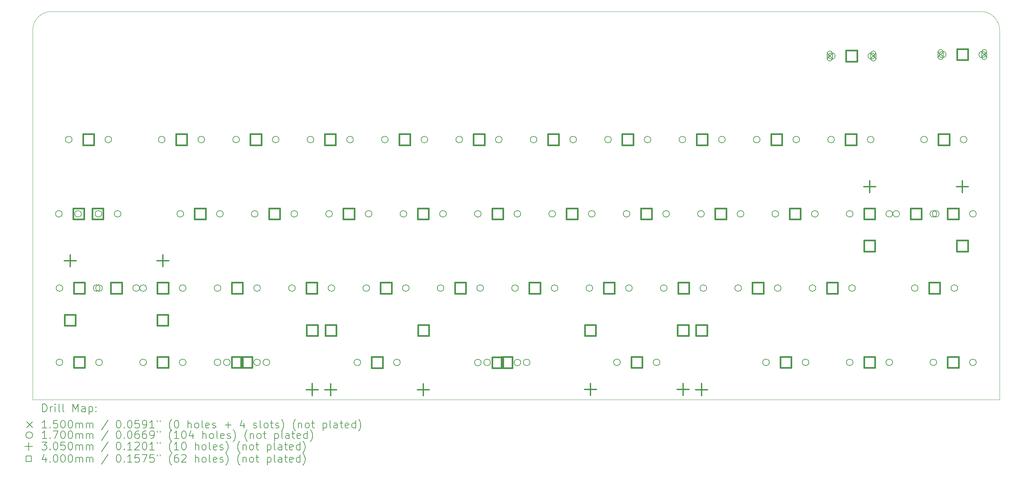
<source format=gbr>
%FSLAX45Y45*%
G04 Gerber Fmt 4.5, Leading zero omitted, Abs format (unit mm)*
G04 Created by KiCad (PCBNEW (6.0.0-0)) date 2022-12-13 13:56:18*
%MOMM*%
%LPD*%
G01*
G04 APERTURE LIST*
%TA.AperFunction,Profile*%
%ADD10C,0.100000*%
%TD*%
%ADD11C,0.200000*%
%ADD12C,0.150000*%
%ADD13C,0.170000*%
%ADD14C,0.305000*%
%ADD15C,0.400000*%
G04 APERTURE END LIST*
D10*
X2865000Y-2437500D02*
G75*
G03*
X2387500Y-2915000I0J-477500D01*
G01*
X27217500Y-2915000D02*
G75*
G03*
X26740000Y-2437500I-477500J0D01*
G01*
X26740000Y-2437500D02*
X2865000Y-2437500D01*
X2387500Y-3103750D02*
X2387500Y-12415000D01*
X27217500Y-2915000D02*
X27217500Y-12415000D01*
X27217500Y-12415000D02*
X2387500Y-12415000D01*
X2387500Y-3103750D02*
X2387500Y-2915000D01*
D11*
D12*
X22780540Y-3506250D02*
X22930540Y-3656250D01*
X22930540Y-3506250D02*
X22780540Y-3656250D01*
D11*
X22790540Y-3516250D02*
X22790540Y-3646250D01*
X22920540Y-3516250D02*
X22920540Y-3646250D01*
X22790540Y-3646250D02*
G75*
G03*
X22920540Y-3646250I65000J0D01*
G01*
X22920540Y-3516250D02*
G75*
G03*
X22790540Y-3516250I-65000J0D01*
G01*
D12*
X23900540Y-3506250D02*
X24050540Y-3656250D01*
X24050540Y-3506250D02*
X23900540Y-3656250D01*
D11*
X23910540Y-3516250D02*
X23910540Y-3646250D01*
X24040540Y-3516250D02*
X24040540Y-3646250D01*
X23910540Y-3646250D02*
G75*
G03*
X24040540Y-3646250I65000J0D01*
G01*
X24040540Y-3516250D02*
G75*
G03*
X23910540Y-3516250I-65000J0D01*
G01*
D12*
X25627500Y-3467700D02*
X25777500Y-3617700D01*
X25777500Y-3467700D02*
X25627500Y-3617700D01*
D11*
X25637500Y-3477700D02*
X25637500Y-3607700D01*
X25767500Y-3477700D02*
X25767500Y-3607700D01*
X25637500Y-3607700D02*
G75*
G03*
X25767500Y-3607700I65000J0D01*
G01*
X25767500Y-3477700D02*
G75*
G03*
X25637500Y-3477700I-65000J0D01*
G01*
D12*
X26747500Y-3467700D02*
X26897500Y-3617700D01*
X26897500Y-3467700D02*
X26747500Y-3617700D01*
D11*
X26757500Y-3477700D02*
X26757500Y-3607700D01*
X26887500Y-3477700D02*
X26887500Y-3607700D01*
X26757500Y-3607700D02*
G75*
G03*
X26887500Y-3607700I65000J0D01*
G01*
X26887500Y-3477700D02*
G75*
G03*
X26757500Y-3477700I-65000J0D01*
G01*
D13*
X3143000Y-7640000D02*
G75*
G03*
X3143000Y-7640000I-85000J0D01*
G01*
X3158250Y-9550000D02*
G75*
G03*
X3158250Y-9550000I-85000J0D01*
G01*
X3158250Y-11460000D02*
G75*
G03*
X3158250Y-11460000I-85000J0D01*
G01*
X3397000Y-5730000D02*
G75*
G03*
X3397000Y-5730000I-85000J0D01*
G01*
X3635750Y-7640000D02*
G75*
G03*
X3635750Y-7640000I-85000J0D01*
G01*
X4113250Y-9548000D02*
G75*
G03*
X4113250Y-9548000I-85000J0D01*
G01*
X4159000Y-7640000D02*
G75*
G03*
X4159000Y-7640000I-85000J0D01*
G01*
X4174250Y-9550000D02*
G75*
G03*
X4174250Y-9550000I-85000J0D01*
G01*
X4174250Y-11460000D02*
G75*
G03*
X4174250Y-11460000I-85000J0D01*
G01*
X4413000Y-5730000D02*
G75*
G03*
X4413000Y-5730000I-85000J0D01*
G01*
X4651750Y-7640000D02*
G75*
G03*
X4651750Y-7640000I-85000J0D01*
G01*
X5129250Y-9548000D02*
G75*
G03*
X5129250Y-9548000I-85000J0D01*
G01*
X5307000Y-9550000D02*
G75*
G03*
X5307000Y-9550000I-85000J0D01*
G01*
X5307000Y-11460000D02*
G75*
G03*
X5307000Y-11460000I-85000J0D01*
G01*
X5784500Y-5730000D02*
G75*
G03*
X5784500Y-5730000I-85000J0D01*
G01*
X6262000Y-7640000D02*
G75*
G03*
X6262000Y-7640000I-85000J0D01*
G01*
X6323000Y-9550000D02*
G75*
G03*
X6323000Y-9550000I-85000J0D01*
G01*
X6323000Y-11460000D02*
G75*
G03*
X6323000Y-11460000I-85000J0D01*
G01*
X6800500Y-5730000D02*
G75*
G03*
X6800500Y-5730000I-85000J0D01*
G01*
X7217000Y-9550000D02*
G75*
G03*
X7217000Y-9550000I-85000J0D01*
G01*
X7217000Y-11460000D02*
G75*
G03*
X7217000Y-11460000I-85000J0D01*
G01*
X7278000Y-7640000D02*
G75*
G03*
X7278000Y-7640000I-85000J0D01*
G01*
X7455750Y-11460000D02*
G75*
G03*
X7455750Y-11460000I-85000J0D01*
G01*
X7694500Y-5730000D02*
G75*
G03*
X7694500Y-5730000I-85000J0D01*
G01*
X8172000Y-7640000D02*
G75*
G03*
X8172000Y-7640000I-85000J0D01*
G01*
X8233000Y-9550000D02*
G75*
G03*
X8233000Y-9550000I-85000J0D01*
G01*
X8233000Y-11460000D02*
G75*
G03*
X8233000Y-11460000I-85000J0D01*
G01*
X8471750Y-11460000D02*
G75*
G03*
X8471750Y-11460000I-85000J0D01*
G01*
X8710500Y-5730000D02*
G75*
G03*
X8710500Y-5730000I-85000J0D01*
G01*
X9127000Y-9550000D02*
G75*
G03*
X9127000Y-9550000I-85000J0D01*
G01*
X9188000Y-7640000D02*
G75*
G03*
X9188000Y-7640000I-85000J0D01*
G01*
X9604500Y-5730000D02*
G75*
G03*
X9604500Y-5730000I-85000J0D01*
G01*
X10082000Y-7640000D02*
G75*
G03*
X10082000Y-7640000I-85000J0D01*
G01*
X10143000Y-9550000D02*
G75*
G03*
X10143000Y-9550000I-85000J0D01*
G01*
X10620500Y-5730000D02*
G75*
G03*
X10620500Y-5730000I-85000J0D01*
G01*
X10808000Y-11461800D02*
G75*
G03*
X10808000Y-11461800I-85000J0D01*
G01*
X11037000Y-9550000D02*
G75*
G03*
X11037000Y-9550000I-85000J0D01*
G01*
X11098000Y-7640000D02*
G75*
G03*
X11098000Y-7640000I-85000J0D01*
G01*
X11514500Y-5730000D02*
G75*
G03*
X11514500Y-5730000I-85000J0D01*
G01*
X11824000Y-11461800D02*
G75*
G03*
X11824000Y-11461800I-85000J0D01*
G01*
X11992000Y-7640000D02*
G75*
G03*
X11992000Y-7640000I-85000J0D01*
G01*
X12053000Y-9550000D02*
G75*
G03*
X12053000Y-9550000I-85000J0D01*
G01*
X12530500Y-5730000D02*
G75*
G03*
X12530500Y-5730000I-85000J0D01*
G01*
X12947000Y-9550000D02*
G75*
G03*
X12947000Y-9550000I-85000J0D01*
G01*
X13008000Y-7640000D02*
G75*
G03*
X13008000Y-7640000I-85000J0D01*
G01*
X13424500Y-5730000D02*
G75*
G03*
X13424500Y-5730000I-85000J0D01*
G01*
X13902000Y-7640000D02*
G75*
G03*
X13902000Y-7640000I-85000J0D01*
G01*
X13903000Y-11465000D02*
G75*
G03*
X13903000Y-11465000I-85000J0D01*
G01*
X13963000Y-9550000D02*
G75*
G03*
X13963000Y-9550000I-85000J0D01*
G01*
X14140750Y-11461000D02*
G75*
G03*
X14140750Y-11461000I-85000J0D01*
G01*
X14440500Y-5730000D02*
G75*
G03*
X14440500Y-5730000I-85000J0D01*
G01*
X14857000Y-9550000D02*
G75*
G03*
X14857000Y-9550000I-85000J0D01*
G01*
X14918000Y-7640000D02*
G75*
G03*
X14918000Y-7640000I-85000J0D01*
G01*
X14919000Y-11465000D02*
G75*
G03*
X14919000Y-11465000I-85000J0D01*
G01*
X15156750Y-11461000D02*
G75*
G03*
X15156750Y-11461000I-85000J0D01*
G01*
X15334500Y-5730000D02*
G75*
G03*
X15334500Y-5730000I-85000J0D01*
G01*
X15812000Y-7640000D02*
G75*
G03*
X15812000Y-7640000I-85000J0D01*
G01*
X15873000Y-9550000D02*
G75*
G03*
X15873000Y-9550000I-85000J0D01*
G01*
X16350500Y-5730000D02*
G75*
G03*
X16350500Y-5730000I-85000J0D01*
G01*
X16767000Y-9550000D02*
G75*
G03*
X16767000Y-9550000I-85000J0D01*
G01*
X16828000Y-7640000D02*
G75*
G03*
X16828000Y-7640000I-85000J0D01*
G01*
X17244500Y-5730000D02*
G75*
G03*
X17244500Y-5730000I-85000J0D01*
G01*
X17475000Y-11459000D02*
G75*
G03*
X17475000Y-11459000I-85000J0D01*
G01*
X17722000Y-7640000D02*
G75*
G03*
X17722000Y-7640000I-85000J0D01*
G01*
X17783000Y-9550000D02*
G75*
G03*
X17783000Y-9550000I-85000J0D01*
G01*
X18260500Y-5730000D02*
G75*
G03*
X18260500Y-5730000I-85000J0D01*
G01*
X18491000Y-11459000D02*
G75*
G03*
X18491000Y-11459000I-85000J0D01*
G01*
X18677000Y-9550000D02*
G75*
G03*
X18677000Y-9550000I-85000J0D01*
G01*
X18738000Y-7640000D02*
G75*
G03*
X18738000Y-7640000I-85000J0D01*
G01*
X19154500Y-5730000D02*
G75*
G03*
X19154500Y-5730000I-85000J0D01*
G01*
X19632000Y-7640000D02*
G75*
G03*
X19632000Y-7640000I-85000J0D01*
G01*
X19693000Y-9550000D02*
G75*
G03*
X19693000Y-9550000I-85000J0D01*
G01*
X20170500Y-5730000D02*
G75*
G03*
X20170500Y-5730000I-85000J0D01*
G01*
X20587000Y-9550000D02*
G75*
G03*
X20587000Y-9550000I-85000J0D01*
G01*
X20648000Y-7640000D02*
G75*
G03*
X20648000Y-7640000I-85000J0D01*
G01*
X21064500Y-5730000D02*
G75*
G03*
X21064500Y-5730000I-85000J0D01*
G01*
X21303250Y-11460000D02*
G75*
G03*
X21303250Y-11460000I-85000J0D01*
G01*
X21542000Y-7640000D02*
G75*
G03*
X21542000Y-7640000I-85000J0D01*
G01*
X21603000Y-9550000D02*
G75*
G03*
X21603000Y-9550000I-85000J0D01*
G01*
X22080500Y-5730000D02*
G75*
G03*
X22080500Y-5730000I-85000J0D01*
G01*
X22319250Y-11460000D02*
G75*
G03*
X22319250Y-11460000I-85000J0D01*
G01*
X22497000Y-9550000D02*
G75*
G03*
X22497000Y-9550000I-85000J0D01*
G01*
X22558000Y-7640000D02*
G75*
G03*
X22558000Y-7640000I-85000J0D01*
G01*
X22974500Y-5730000D02*
G75*
G03*
X22974500Y-5730000I-85000J0D01*
G01*
X22992540Y-3581250D02*
G75*
G03*
X22992540Y-3581250I-85000J0D01*
G01*
X23452000Y-7640000D02*
G75*
G03*
X23452000Y-7640000I-85000J0D01*
G01*
X23452000Y-11460000D02*
G75*
G03*
X23452000Y-11460000I-85000J0D01*
G01*
X23513000Y-9550000D02*
G75*
G03*
X23513000Y-9550000I-85000J0D01*
G01*
X23990500Y-5730000D02*
G75*
G03*
X23990500Y-5730000I-85000J0D01*
G01*
X24008540Y-3581250D02*
G75*
G03*
X24008540Y-3581250I-85000J0D01*
G01*
X24468000Y-7640000D02*
G75*
G03*
X24468000Y-7640000I-85000J0D01*
G01*
X24468000Y-11460000D02*
G75*
G03*
X24468000Y-11460000I-85000J0D01*
G01*
X24645750Y-7640000D02*
G75*
G03*
X24645750Y-7640000I-85000J0D01*
G01*
X25123250Y-9550000D02*
G75*
G03*
X25123250Y-9550000I-85000J0D01*
G01*
X25362000Y-5730000D02*
G75*
G03*
X25362000Y-5730000I-85000J0D01*
G01*
X25600750Y-7640000D02*
G75*
G03*
X25600750Y-7640000I-85000J0D01*
G01*
X25600750Y-11460000D02*
G75*
G03*
X25600750Y-11460000I-85000J0D01*
G01*
X25661750Y-7640000D02*
G75*
G03*
X25661750Y-7640000I-85000J0D01*
G01*
X25839500Y-3542700D02*
G75*
G03*
X25839500Y-3542700I-85000J0D01*
G01*
X26139250Y-9550000D02*
G75*
G03*
X26139250Y-9550000I-85000J0D01*
G01*
X26378000Y-5730000D02*
G75*
G03*
X26378000Y-5730000I-85000J0D01*
G01*
X26616750Y-7640000D02*
G75*
G03*
X26616750Y-7640000I-85000J0D01*
G01*
X26616750Y-11460000D02*
G75*
G03*
X26616750Y-11460000I-85000J0D01*
G01*
X26855500Y-3542700D02*
G75*
G03*
X26855500Y-3542700I-85000J0D01*
G01*
D14*
X3346250Y-8695500D02*
X3346250Y-9000500D01*
X3193750Y-8848000D02*
X3498750Y-8848000D01*
X5726250Y-8695500D02*
X5726250Y-9000500D01*
X5573750Y-8848000D02*
X5878750Y-8848000D01*
X9563750Y-12008500D02*
X9563750Y-12313500D01*
X9411250Y-12161000D02*
X9716250Y-12161000D01*
X10041000Y-12009300D02*
X10041000Y-12314300D01*
X9888500Y-12161800D02*
X10193500Y-12161800D01*
X12421000Y-12009300D02*
X12421000Y-12314300D01*
X12268500Y-12161800D02*
X12573500Y-12161800D01*
X16708000Y-12006500D02*
X16708000Y-12311500D01*
X16555500Y-12159000D02*
X16860500Y-12159000D01*
X19088000Y-12006500D02*
X19088000Y-12311500D01*
X18935500Y-12159000D02*
X19240500Y-12159000D01*
X19563750Y-12008500D02*
X19563750Y-12313500D01*
X19411250Y-12161000D02*
X19716250Y-12161000D01*
X23878750Y-6787500D02*
X23878750Y-7092500D01*
X23726250Y-6940000D02*
X24031250Y-6940000D01*
X26258750Y-6787500D02*
X26258750Y-7092500D01*
X26106250Y-6940000D02*
X26411250Y-6940000D01*
D15*
X3487673Y-10513423D02*
X3487673Y-10230577D01*
X3204827Y-10230577D01*
X3204827Y-10513423D01*
X3487673Y-10513423D01*
X3707423Y-7781423D02*
X3707423Y-7498577D01*
X3424577Y-7498577D01*
X3424577Y-7781423D01*
X3707423Y-7781423D01*
X3722673Y-9691423D02*
X3722673Y-9408577D01*
X3439827Y-9408577D01*
X3439827Y-9691423D01*
X3722673Y-9691423D01*
X3722673Y-11601423D02*
X3722673Y-11318577D01*
X3439827Y-11318577D01*
X3439827Y-11601423D01*
X3722673Y-11601423D01*
X3961423Y-5871423D02*
X3961423Y-5588577D01*
X3678577Y-5588577D01*
X3678577Y-5871423D01*
X3961423Y-5871423D01*
X4200173Y-7781423D02*
X4200173Y-7498577D01*
X3917327Y-7498577D01*
X3917327Y-7781423D01*
X4200173Y-7781423D01*
X4677673Y-9689423D02*
X4677673Y-9406577D01*
X4394827Y-9406577D01*
X4394827Y-9689423D01*
X4677673Y-9689423D01*
X5867673Y-10513423D02*
X5867673Y-10230577D01*
X5584827Y-10230577D01*
X5584827Y-10513423D01*
X5867673Y-10513423D01*
X5871423Y-9691423D02*
X5871423Y-9408577D01*
X5588577Y-9408577D01*
X5588577Y-9691423D01*
X5871423Y-9691423D01*
X5871423Y-11601423D02*
X5871423Y-11318577D01*
X5588577Y-11318577D01*
X5588577Y-11601423D01*
X5871423Y-11601423D01*
X6348923Y-5871423D02*
X6348923Y-5588577D01*
X6066077Y-5588577D01*
X6066077Y-5871423D01*
X6348923Y-5871423D01*
X6826423Y-7781423D02*
X6826423Y-7498577D01*
X6543577Y-7498577D01*
X6543577Y-7781423D01*
X6826423Y-7781423D01*
X7781423Y-9691423D02*
X7781423Y-9408577D01*
X7498577Y-9408577D01*
X7498577Y-9691423D01*
X7781423Y-9691423D01*
X7781423Y-11601423D02*
X7781423Y-11318577D01*
X7498577Y-11318577D01*
X7498577Y-11601423D01*
X7781423Y-11601423D01*
X8020173Y-11601423D02*
X8020173Y-11318577D01*
X7737327Y-11318577D01*
X7737327Y-11601423D01*
X8020173Y-11601423D01*
X8258923Y-5871423D02*
X8258923Y-5588577D01*
X7976077Y-5588577D01*
X7976077Y-5871423D01*
X8258923Y-5871423D01*
X8736423Y-7781423D02*
X8736423Y-7498577D01*
X8453577Y-7498577D01*
X8453577Y-7781423D01*
X8736423Y-7781423D01*
X9691423Y-9691423D02*
X9691423Y-9408577D01*
X9408577Y-9408577D01*
X9408577Y-9691423D01*
X9691423Y-9691423D01*
X9705173Y-10778423D02*
X9705173Y-10495577D01*
X9422327Y-10495577D01*
X9422327Y-10778423D01*
X9705173Y-10778423D01*
X10168923Y-5871423D02*
X10168923Y-5588577D01*
X9886077Y-5588577D01*
X9886077Y-5871423D01*
X10168923Y-5871423D01*
X10182423Y-10779223D02*
X10182423Y-10496377D01*
X9899577Y-10496377D01*
X9899577Y-10779223D01*
X10182423Y-10779223D01*
X10646423Y-7781423D02*
X10646423Y-7498577D01*
X10363577Y-7498577D01*
X10363577Y-7781423D01*
X10646423Y-7781423D01*
X11372423Y-11603223D02*
X11372423Y-11320377D01*
X11089577Y-11320377D01*
X11089577Y-11603223D01*
X11372423Y-11603223D01*
X11601423Y-9691423D02*
X11601423Y-9408577D01*
X11318577Y-9408577D01*
X11318577Y-9691423D01*
X11601423Y-9691423D01*
X12078923Y-5871423D02*
X12078923Y-5588577D01*
X11796077Y-5588577D01*
X11796077Y-5871423D01*
X12078923Y-5871423D01*
X12556423Y-7781423D02*
X12556423Y-7498577D01*
X12273577Y-7498577D01*
X12273577Y-7781423D01*
X12556423Y-7781423D01*
X12562423Y-10779223D02*
X12562423Y-10496377D01*
X12279577Y-10496377D01*
X12279577Y-10779223D01*
X12562423Y-10779223D01*
X13511423Y-9691423D02*
X13511423Y-9408577D01*
X13228577Y-9408577D01*
X13228577Y-9691423D01*
X13511423Y-9691423D01*
X13988923Y-5871423D02*
X13988923Y-5588577D01*
X13706077Y-5588577D01*
X13706077Y-5871423D01*
X13988923Y-5871423D01*
X14466423Y-7781423D02*
X14466423Y-7498577D01*
X14183577Y-7498577D01*
X14183577Y-7781423D01*
X14466423Y-7781423D01*
X14467423Y-11606423D02*
X14467423Y-11323577D01*
X14184577Y-11323577D01*
X14184577Y-11606423D01*
X14467423Y-11606423D01*
X14705173Y-11602423D02*
X14705173Y-11319577D01*
X14422327Y-11319577D01*
X14422327Y-11602423D01*
X14705173Y-11602423D01*
X15421423Y-9691423D02*
X15421423Y-9408577D01*
X15138577Y-9408577D01*
X15138577Y-9691423D01*
X15421423Y-9691423D01*
X15898923Y-5871423D02*
X15898923Y-5588577D01*
X15616077Y-5588577D01*
X15616077Y-5871423D01*
X15898923Y-5871423D01*
X16376423Y-7781423D02*
X16376423Y-7498577D01*
X16093577Y-7498577D01*
X16093577Y-7781423D01*
X16376423Y-7781423D01*
X16849423Y-10776423D02*
X16849423Y-10493577D01*
X16566577Y-10493577D01*
X16566577Y-10776423D01*
X16849423Y-10776423D01*
X17331423Y-9691423D02*
X17331423Y-9408577D01*
X17048577Y-9408577D01*
X17048577Y-9691423D01*
X17331423Y-9691423D01*
X17808923Y-5871423D02*
X17808923Y-5588577D01*
X17526077Y-5588577D01*
X17526077Y-5871423D01*
X17808923Y-5871423D01*
X18039423Y-11600423D02*
X18039423Y-11317577D01*
X17756577Y-11317577D01*
X17756577Y-11600423D01*
X18039423Y-11600423D01*
X18286423Y-7781423D02*
X18286423Y-7498577D01*
X18003577Y-7498577D01*
X18003577Y-7781423D01*
X18286423Y-7781423D01*
X19229423Y-10776423D02*
X19229423Y-10493577D01*
X18946577Y-10493577D01*
X18946577Y-10776423D01*
X19229423Y-10776423D01*
X19241423Y-9691423D02*
X19241423Y-9408577D01*
X18958577Y-9408577D01*
X18958577Y-9691423D01*
X19241423Y-9691423D01*
X19705173Y-10778423D02*
X19705173Y-10495577D01*
X19422327Y-10495577D01*
X19422327Y-10778423D01*
X19705173Y-10778423D01*
X19718923Y-5871423D02*
X19718923Y-5588577D01*
X19436077Y-5588577D01*
X19436077Y-5871423D01*
X19718923Y-5871423D01*
X20196423Y-7781423D02*
X20196423Y-7498577D01*
X19913577Y-7498577D01*
X19913577Y-7781423D01*
X20196423Y-7781423D01*
X21151423Y-9691423D02*
X21151423Y-9408577D01*
X20868577Y-9408577D01*
X20868577Y-9691423D01*
X21151423Y-9691423D01*
X21628923Y-5871423D02*
X21628923Y-5588577D01*
X21346077Y-5588577D01*
X21346077Y-5871423D01*
X21628923Y-5871423D01*
X21867673Y-11601423D02*
X21867673Y-11318577D01*
X21584827Y-11318577D01*
X21584827Y-11601423D01*
X21867673Y-11601423D01*
X22106423Y-7781423D02*
X22106423Y-7498577D01*
X21823577Y-7498577D01*
X21823577Y-7781423D01*
X22106423Y-7781423D01*
X23061423Y-9691423D02*
X23061423Y-9408577D01*
X22778577Y-9408577D01*
X22778577Y-9691423D01*
X23061423Y-9691423D01*
X23538923Y-5871423D02*
X23538923Y-5588577D01*
X23256077Y-5588577D01*
X23256077Y-5871423D01*
X23538923Y-5871423D01*
X23556963Y-3722673D02*
X23556963Y-3439827D01*
X23274117Y-3439827D01*
X23274117Y-3722673D01*
X23556963Y-3722673D01*
X24016423Y-7781423D02*
X24016423Y-7498577D01*
X23733577Y-7498577D01*
X23733577Y-7781423D01*
X24016423Y-7781423D01*
X24016423Y-11601423D02*
X24016423Y-11318577D01*
X23733577Y-11318577D01*
X23733577Y-11601423D01*
X24016423Y-11601423D01*
X24020173Y-8605423D02*
X24020173Y-8322577D01*
X23737327Y-8322577D01*
X23737327Y-8605423D01*
X24020173Y-8605423D01*
X25210173Y-7781423D02*
X25210173Y-7498577D01*
X24927327Y-7498577D01*
X24927327Y-7781423D01*
X25210173Y-7781423D01*
X25687673Y-9691423D02*
X25687673Y-9408577D01*
X25404827Y-9408577D01*
X25404827Y-9691423D01*
X25687673Y-9691423D01*
X25926423Y-5871423D02*
X25926423Y-5588577D01*
X25643577Y-5588577D01*
X25643577Y-5871423D01*
X25926423Y-5871423D01*
X26165173Y-7781423D02*
X26165173Y-7498577D01*
X25882327Y-7498577D01*
X25882327Y-7781423D01*
X26165173Y-7781423D01*
X26165173Y-11601423D02*
X26165173Y-11318577D01*
X25882327Y-11318577D01*
X25882327Y-11601423D01*
X26165173Y-11601423D01*
X26400173Y-8605423D02*
X26400173Y-8322577D01*
X26117327Y-8322577D01*
X26117327Y-8605423D01*
X26400173Y-8605423D01*
X26403923Y-3684123D02*
X26403923Y-3401277D01*
X26121077Y-3401277D01*
X26121077Y-3684123D01*
X26403923Y-3684123D01*
D11*
X2640119Y-12730476D02*
X2640119Y-12530476D01*
X2687738Y-12530476D01*
X2716310Y-12540000D01*
X2735357Y-12559048D01*
X2744881Y-12578095D01*
X2754405Y-12616190D01*
X2754405Y-12644762D01*
X2744881Y-12682857D01*
X2735357Y-12701905D01*
X2716310Y-12720952D01*
X2687738Y-12730476D01*
X2640119Y-12730476D01*
X2840119Y-12730476D02*
X2840119Y-12597143D01*
X2840119Y-12635238D02*
X2849643Y-12616190D01*
X2859167Y-12606667D01*
X2878214Y-12597143D01*
X2897262Y-12597143D01*
X2963928Y-12730476D02*
X2963928Y-12597143D01*
X2963928Y-12530476D02*
X2954405Y-12540000D01*
X2963928Y-12549524D01*
X2973452Y-12540000D01*
X2963928Y-12530476D01*
X2963928Y-12549524D01*
X3087738Y-12730476D02*
X3068690Y-12720952D01*
X3059167Y-12701905D01*
X3059167Y-12530476D01*
X3192500Y-12730476D02*
X3173452Y-12720952D01*
X3163928Y-12701905D01*
X3163928Y-12530476D01*
X3421071Y-12730476D02*
X3421071Y-12530476D01*
X3487738Y-12673333D01*
X3554405Y-12530476D01*
X3554405Y-12730476D01*
X3735357Y-12730476D02*
X3735357Y-12625714D01*
X3725833Y-12606667D01*
X3706786Y-12597143D01*
X3668690Y-12597143D01*
X3649643Y-12606667D01*
X3735357Y-12720952D02*
X3716309Y-12730476D01*
X3668690Y-12730476D01*
X3649643Y-12720952D01*
X3640119Y-12701905D01*
X3640119Y-12682857D01*
X3649643Y-12663809D01*
X3668690Y-12654286D01*
X3716309Y-12654286D01*
X3735357Y-12644762D01*
X3830595Y-12597143D02*
X3830595Y-12797143D01*
X3830595Y-12606667D02*
X3849643Y-12597143D01*
X3887738Y-12597143D01*
X3906786Y-12606667D01*
X3916309Y-12616190D01*
X3925833Y-12635238D01*
X3925833Y-12692381D01*
X3916309Y-12711428D01*
X3906786Y-12720952D01*
X3887738Y-12730476D01*
X3849643Y-12730476D01*
X3830595Y-12720952D01*
X4011548Y-12711428D02*
X4021071Y-12720952D01*
X4011548Y-12730476D01*
X4002024Y-12720952D01*
X4011548Y-12711428D01*
X4011548Y-12730476D01*
X4011548Y-12606667D02*
X4021071Y-12616190D01*
X4011548Y-12625714D01*
X4002024Y-12616190D01*
X4011548Y-12606667D01*
X4011548Y-12625714D01*
D12*
X2232500Y-12985000D02*
X2382500Y-13135000D01*
X2382500Y-12985000D02*
X2232500Y-13135000D01*
D11*
X2744881Y-13150476D02*
X2630595Y-13150476D01*
X2687738Y-13150476D02*
X2687738Y-12950476D01*
X2668690Y-12979048D01*
X2649643Y-12998095D01*
X2630595Y-13007619D01*
X2830595Y-13131428D02*
X2840119Y-13140952D01*
X2830595Y-13150476D01*
X2821071Y-13140952D01*
X2830595Y-13131428D01*
X2830595Y-13150476D01*
X3021071Y-12950476D02*
X2925833Y-12950476D01*
X2916309Y-13045714D01*
X2925833Y-13036190D01*
X2944881Y-13026667D01*
X2992500Y-13026667D01*
X3011548Y-13036190D01*
X3021071Y-13045714D01*
X3030595Y-13064762D01*
X3030595Y-13112381D01*
X3021071Y-13131428D01*
X3011548Y-13140952D01*
X2992500Y-13150476D01*
X2944881Y-13150476D01*
X2925833Y-13140952D01*
X2916309Y-13131428D01*
X3154405Y-12950476D02*
X3173452Y-12950476D01*
X3192500Y-12960000D01*
X3202024Y-12969524D01*
X3211548Y-12988571D01*
X3221071Y-13026667D01*
X3221071Y-13074286D01*
X3211548Y-13112381D01*
X3202024Y-13131428D01*
X3192500Y-13140952D01*
X3173452Y-13150476D01*
X3154405Y-13150476D01*
X3135357Y-13140952D01*
X3125833Y-13131428D01*
X3116309Y-13112381D01*
X3106786Y-13074286D01*
X3106786Y-13026667D01*
X3116309Y-12988571D01*
X3125833Y-12969524D01*
X3135357Y-12960000D01*
X3154405Y-12950476D01*
X3344881Y-12950476D02*
X3363928Y-12950476D01*
X3382976Y-12960000D01*
X3392500Y-12969524D01*
X3402024Y-12988571D01*
X3411548Y-13026667D01*
X3411548Y-13074286D01*
X3402024Y-13112381D01*
X3392500Y-13131428D01*
X3382976Y-13140952D01*
X3363928Y-13150476D01*
X3344881Y-13150476D01*
X3325833Y-13140952D01*
X3316309Y-13131428D01*
X3306786Y-13112381D01*
X3297262Y-13074286D01*
X3297262Y-13026667D01*
X3306786Y-12988571D01*
X3316309Y-12969524D01*
X3325833Y-12960000D01*
X3344881Y-12950476D01*
X3497262Y-13150476D02*
X3497262Y-13017143D01*
X3497262Y-13036190D02*
X3506786Y-13026667D01*
X3525833Y-13017143D01*
X3554405Y-13017143D01*
X3573452Y-13026667D01*
X3582976Y-13045714D01*
X3582976Y-13150476D01*
X3582976Y-13045714D02*
X3592500Y-13026667D01*
X3611548Y-13017143D01*
X3640119Y-13017143D01*
X3659167Y-13026667D01*
X3668690Y-13045714D01*
X3668690Y-13150476D01*
X3763928Y-13150476D02*
X3763928Y-13017143D01*
X3763928Y-13036190D02*
X3773452Y-13026667D01*
X3792500Y-13017143D01*
X3821071Y-13017143D01*
X3840119Y-13026667D01*
X3849643Y-13045714D01*
X3849643Y-13150476D01*
X3849643Y-13045714D02*
X3859167Y-13026667D01*
X3878214Y-13017143D01*
X3906786Y-13017143D01*
X3925833Y-13026667D01*
X3935357Y-13045714D01*
X3935357Y-13150476D01*
X4325833Y-12940952D02*
X4154405Y-13198095D01*
X4582976Y-12950476D02*
X4602024Y-12950476D01*
X4621071Y-12960000D01*
X4630595Y-12969524D01*
X4640119Y-12988571D01*
X4649643Y-13026667D01*
X4649643Y-13074286D01*
X4640119Y-13112381D01*
X4630595Y-13131428D01*
X4621071Y-13140952D01*
X4602024Y-13150476D01*
X4582976Y-13150476D01*
X4563929Y-13140952D01*
X4554405Y-13131428D01*
X4544881Y-13112381D01*
X4535357Y-13074286D01*
X4535357Y-13026667D01*
X4544881Y-12988571D01*
X4554405Y-12969524D01*
X4563929Y-12960000D01*
X4582976Y-12950476D01*
X4735357Y-13131428D02*
X4744881Y-13140952D01*
X4735357Y-13150476D01*
X4725833Y-13140952D01*
X4735357Y-13131428D01*
X4735357Y-13150476D01*
X4868690Y-12950476D02*
X4887738Y-12950476D01*
X4906786Y-12960000D01*
X4916310Y-12969524D01*
X4925833Y-12988571D01*
X4935357Y-13026667D01*
X4935357Y-13074286D01*
X4925833Y-13112381D01*
X4916310Y-13131428D01*
X4906786Y-13140952D01*
X4887738Y-13150476D01*
X4868690Y-13150476D01*
X4849643Y-13140952D01*
X4840119Y-13131428D01*
X4830595Y-13112381D01*
X4821071Y-13074286D01*
X4821071Y-13026667D01*
X4830595Y-12988571D01*
X4840119Y-12969524D01*
X4849643Y-12960000D01*
X4868690Y-12950476D01*
X5116310Y-12950476D02*
X5021071Y-12950476D01*
X5011548Y-13045714D01*
X5021071Y-13036190D01*
X5040119Y-13026667D01*
X5087738Y-13026667D01*
X5106786Y-13036190D01*
X5116310Y-13045714D01*
X5125833Y-13064762D01*
X5125833Y-13112381D01*
X5116310Y-13131428D01*
X5106786Y-13140952D01*
X5087738Y-13150476D01*
X5040119Y-13150476D01*
X5021071Y-13140952D01*
X5011548Y-13131428D01*
X5221071Y-13150476D02*
X5259167Y-13150476D01*
X5278214Y-13140952D01*
X5287738Y-13131428D01*
X5306786Y-13102857D01*
X5316310Y-13064762D01*
X5316310Y-12988571D01*
X5306786Y-12969524D01*
X5297262Y-12960000D01*
X5278214Y-12950476D01*
X5240119Y-12950476D01*
X5221071Y-12960000D01*
X5211548Y-12969524D01*
X5202024Y-12988571D01*
X5202024Y-13036190D01*
X5211548Y-13055238D01*
X5221071Y-13064762D01*
X5240119Y-13074286D01*
X5278214Y-13074286D01*
X5297262Y-13064762D01*
X5306786Y-13055238D01*
X5316310Y-13036190D01*
X5506786Y-13150476D02*
X5392500Y-13150476D01*
X5449643Y-13150476D02*
X5449643Y-12950476D01*
X5430595Y-12979048D01*
X5411548Y-12998095D01*
X5392500Y-13007619D01*
X5582976Y-12950476D02*
X5582976Y-12988571D01*
X5659167Y-12950476D02*
X5659167Y-12988571D01*
X5954405Y-13226667D02*
X5944881Y-13217143D01*
X5925833Y-13188571D01*
X5916309Y-13169524D01*
X5906786Y-13140952D01*
X5897262Y-13093333D01*
X5897262Y-13055238D01*
X5906786Y-13007619D01*
X5916309Y-12979048D01*
X5925833Y-12960000D01*
X5944881Y-12931428D01*
X5954405Y-12921905D01*
X6068690Y-12950476D02*
X6087738Y-12950476D01*
X6106786Y-12960000D01*
X6116309Y-12969524D01*
X6125833Y-12988571D01*
X6135357Y-13026667D01*
X6135357Y-13074286D01*
X6125833Y-13112381D01*
X6116309Y-13131428D01*
X6106786Y-13140952D01*
X6087738Y-13150476D01*
X6068690Y-13150476D01*
X6049643Y-13140952D01*
X6040119Y-13131428D01*
X6030595Y-13112381D01*
X6021071Y-13074286D01*
X6021071Y-13026667D01*
X6030595Y-12988571D01*
X6040119Y-12969524D01*
X6049643Y-12960000D01*
X6068690Y-12950476D01*
X6373452Y-13150476D02*
X6373452Y-12950476D01*
X6459167Y-13150476D02*
X6459167Y-13045714D01*
X6449643Y-13026667D01*
X6430595Y-13017143D01*
X6402024Y-13017143D01*
X6382976Y-13026667D01*
X6373452Y-13036190D01*
X6582976Y-13150476D02*
X6563928Y-13140952D01*
X6554405Y-13131428D01*
X6544881Y-13112381D01*
X6544881Y-13055238D01*
X6554405Y-13036190D01*
X6563928Y-13026667D01*
X6582976Y-13017143D01*
X6611548Y-13017143D01*
X6630595Y-13026667D01*
X6640119Y-13036190D01*
X6649643Y-13055238D01*
X6649643Y-13112381D01*
X6640119Y-13131428D01*
X6630595Y-13140952D01*
X6611548Y-13150476D01*
X6582976Y-13150476D01*
X6763928Y-13150476D02*
X6744881Y-13140952D01*
X6735357Y-13121905D01*
X6735357Y-12950476D01*
X6916309Y-13140952D02*
X6897262Y-13150476D01*
X6859167Y-13150476D01*
X6840119Y-13140952D01*
X6830595Y-13121905D01*
X6830595Y-13045714D01*
X6840119Y-13026667D01*
X6859167Y-13017143D01*
X6897262Y-13017143D01*
X6916309Y-13026667D01*
X6925833Y-13045714D01*
X6925833Y-13064762D01*
X6830595Y-13083809D01*
X7002024Y-13140952D02*
X7021071Y-13150476D01*
X7059167Y-13150476D01*
X7078214Y-13140952D01*
X7087738Y-13121905D01*
X7087738Y-13112381D01*
X7078214Y-13093333D01*
X7059167Y-13083809D01*
X7030595Y-13083809D01*
X7011548Y-13074286D01*
X7002024Y-13055238D01*
X7002024Y-13045714D01*
X7011548Y-13026667D01*
X7030595Y-13017143D01*
X7059167Y-13017143D01*
X7078214Y-13026667D01*
X7325833Y-13074286D02*
X7478214Y-13074286D01*
X7402024Y-13150476D02*
X7402024Y-12998095D01*
X7811548Y-13017143D02*
X7811548Y-13150476D01*
X7763928Y-12940952D02*
X7716309Y-13083809D01*
X7840119Y-13083809D01*
X8059167Y-13140952D02*
X8078214Y-13150476D01*
X8116309Y-13150476D01*
X8135357Y-13140952D01*
X8144881Y-13121905D01*
X8144881Y-13112381D01*
X8135357Y-13093333D01*
X8116309Y-13083809D01*
X8087738Y-13083809D01*
X8068690Y-13074286D01*
X8059167Y-13055238D01*
X8059167Y-13045714D01*
X8068690Y-13026667D01*
X8087738Y-13017143D01*
X8116309Y-13017143D01*
X8135357Y-13026667D01*
X8259167Y-13150476D02*
X8240119Y-13140952D01*
X8230595Y-13121905D01*
X8230595Y-12950476D01*
X8363928Y-13150476D02*
X8344881Y-13140952D01*
X8335357Y-13131428D01*
X8325833Y-13112381D01*
X8325833Y-13055238D01*
X8335357Y-13036190D01*
X8344881Y-13026667D01*
X8363928Y-13017143D01*
X8392500Y-13017143D01*
X8411548Y-13026667D01*
X8421071Y-13036190D01*
X8430595Y-13055238D01*
X8430595Y-13112381D01*
X8421071Y-13131428D01*
X8411548Y-13140952D01*
X8392500Y-13150476D01*
X8363928Y-13150476D01*
X8487738Y-13017143D02*
X8563929Y-13017143D01*
X8516310Y-12950476D02*
X8516310Y-13121905D01*
X8525833Y-13140952D01*
X8544881Y-13150476D01*
X8563929Y-13150476D01*
X8621071Y-13140952D02*
X8640119Y-13150476D01*
X8678214Y-13150476D01*
X8697262Y-13140952D01*
X8706786Y-13121905D01*
X8706786Y-13112381D01*
X8697262Y-13093333D01*
X8678214Y-13083809D01*
X8649643Y-13083809D01*
X8630595Y-13074286D01*
X8621071Y-13055238D01*
X8621071Y-13045714D01*
X8630595Y-13026667D01*
X8649643Y-13017143D01*
X8678214Y-13017143D01*
X8697262Y-13026667D01*
X8773452Y-13226667D02*
X8782976Y-13217143D01*
X8802024Y-13188571D01*
X8811548Y-13169524D01*
X8821071Y-13140952D01*
X8830595Y-13093333D01*
X8830595Y-13055238D01*
X8821071Y-13007619D01*
X8811548Y-12979048D01*
X8802024Y-12960000D01*
X8782976Y-12931428D01*
X8773452Y-12921905D01*
X9135357Y-13226667D02*
X9125833Y-13217143D01*
X9106786Y-13188571D01*
X9097262Y-13169524D01*
X9087738Y-13140952D01*
X9078214Y-13093333D01*
X9078214Y-13055238D01*
X9087738Y-13007619D01*
X9097262Y-12979048D01*
X9106786Y-12960000D01*
X9125833Y-12931428D01*
X9135357Y-12921905D01*
X9211548Y-13017143D02*
X9211548Y-13150476D01*
X9211548Y-13036190D02*
X9221071Y-13026667D01*
X9240119Y-13017143D01*
X9268690Y-13017143D01*
X9287738Y-13026667D01*
X9297262Y-13045714D01*
X9297262Y-13150476D01*
X9421071Y-13150476D02*
X9402024Y-13140952D01*
X9392500Y-13131428D01*
X9382976Y-13112381D01*
X9382976Y-13055238D01*
X9392500Y-13036190D01*
X9402024Y-13026667D01*
X9421071Y-13017143D01*
X9449643Y-13017143D01*
X9468690Y-13026667D01*
X9478214Y-13036190D01*
X9487738Y-13055238D01*
X9487738Y-13112381D01*
X9478214Y-13131428D01*
X9468690Y-13140952D01*
X9449643Y-13150476D01*
X9421071Y-13150476D01*
X9544881Y-13017143D02*
X9621071Y-13017143D01*
X9573452Y-12950476D02*
X9573452Y-13121905D01*
X9582976Y-13140952D01*
X9602024Y-13150476D01*
X9621071Y-13150476D01*
X9840119Y-13017143D02*
X9840119Y-13217143D01*
X9840119Y-13026667D02*
X9859167Y-13017143D01*
X9897262Y-13017143D01*
X9916310Y-13026667D01*
X9925833Y-13036190D01*
X9935357Y-13055238D01*
X9935357Y-13112381D01*
X9925833Y-13131428D01*
X9916310Y-13140952D01*
X9897262Y-13150476D01*
X9859167Y-13150476D01*
X9840119Y-13140952D01*
X10049643Y-13150476D02*
X10030595Y-13140952D01*
X10021071Y-13121905D01*
X10021071Y-12950476D01*
X10211548Y-13150476D02*
X10211548Y-13045714D01*
X10202024Y-13026667D01*
X10182976Y-13017143D01*
X10144881Y-13017143D01*
X10125833Y-13026667D01*
X10211548Y-13140952D02*
X10192500Y-13150476D01*
X10144881Y-13150476D01*
X10125833Y-13140952D01*
X10116310Y-13121905D01*
X10116310Y-13102857D01*
X10125833Y-13083809D01*
X10144881Y-13074286D01*
X10192500Y-13074286D01*
X10211548Y-13064762D01*
X10278214Y-13017143D02*
X10354405Y-13017143D01*
X10306786Y-12950476D02*
X10306786Y-13121905D01*
X10316310Y-13140952D01*
X10335357Y-13150476D01*
X10354405Y-13150476D01*
X10497262Y-13140952D02*
X10478214Y-13150476D01*
X10440119Y-13150476D01*
X10421071Y-13140952D01*
X10411548Y-13121905D01*
X10411548Y-13045714D01*
X10421071Y-13026667D01*
X10440119Y-13017143D01*
X10478214Y-13017143D01*
X10497262Y-13026667D01*
X10506786Y-13045714D01*
X10506786Y-13064762D01*
X10411548Y-13083809D01*
X10678214Y-13150476D02*
X10678214Y-12950476D01*
X10678214Y-13140952D02*
X10659167Y-13150476D01*
X10621071Y-13150476D01*
X10602024Y-13140952D01*
X10592500Y-13131428D01*
X10582976Y-13112381D01*
X10582976Y-13055238D01*
X10592500Y-13036190D01*
X10602024Y-13026667D01*
X10621071Y-13017143D01*
X10659167Y-13017143D01*
X10678214Y-13026667D01*
X10754405Y-13226667D02*
X10763929Y-13217143D01*
X10782976Y-13188571D01*
X10792500Y-13169524D01*
X10802024Y-13140952D01*
X10811548Y-13093333D01*
X10811548Y-13055238D01*
X10802024Y-13007619D01*
X10792500Y-12979048D01*
X10782976Y-12960000D01*
X10763929Y-12931428D01*
X10754405Y-12921905D01*
D13*
X2382500Y-13330000D02*
G75*
G03*
X2382500Y-13330000I-85000J0D01*
G01*
D11*
X2744881Y-13420476D02*
X2630595Y-13420476D01*
X2687738Y-13420476D02*
X2687738Y-13220476D01*
X2668690Y-13249048D01*
X2649643Y-13268095D01*
X2630595Y-13277619D01*
X2830595Y-13401428D02*
X2840119Y-13410952D01*
X2830595Y-13420476D01*
X2821071Y-13410952D01*
X2830595Y-13401428D01*
X2830595Y-13420476D01*
X2906786Y-13220476D02*
X3040119Y-13220476D01*
X2954405Y-13420476D01*
X3154405Y-13220476D02*
X3173452Y-13220476D01*
X3192500Y-13230000D01*
X3202024Y-13239524D01*
X3211548Y-13258571D01*
X3221071Y-13296667D01*
X3221071Y-13344286D01*
X3211548Y-13382381D01*
X3202024Y-13401428D01*
X3192500Y-13410952D01*
X3173452Y-13420476D01*
X3154405Y-13420476D01*
X3135357Y-13410952D01*
X3125833Y-13401428D01*
X3116309Y-13382381D01*
X3106786Y-13344286D01*
X3106786Y-13296667D01*
X3116309Y-13258571D01*
X3125833Y-13239524D01*
X3135357Y-13230000D01*
X3154405Y-13220476D01*
X3344881Y-13220476D02*
X3363928Y-13220476D01*
X3382976Y-13230000D01*
X3392500Y-13239524D01*
X3402024Y-13258571D01*
X3411548Y-13296667D01*
X3411548Y-13344286D01*
X3402024Y-13382381D01*
X3392500Y-13401428D01*
X3382976Y-13410952D01*
X3363928Y-13420476D01*
X3344881Y-13420476D01*
X3325833Y-13410952D01*
X3316309Y-13401428D01*
X3306786Y-13382381D01*
X3297262Y-13344286D01*
X3297262Y-13296667D01*
X3306786Y-13258571D01*
X3316309Y-13239524D01*
X3325833Y-13230000D01*
X3344881Y-13220476D01*
X3497262Y-13420476D02*
X3497262Y-13287143D01*
X3497262Y-13306190D02*
X3506786Y-13296667D01*
X3525833Y-13287143D01*
X3554405Y-13287143D01*
X3573452Y-13296667D01*
X3582976Y-13315714D01*
X3582976Y-13420476D01*
X3582976Y-13315714D02*
X3592500Y-13296667D01*
X3611548Y-13287143D01*
X3640119Y-13287143D01*
X3659167Y-13296667D01*
X3668690Y-13315714D01*
X3668690Y-13420476D01*
X3763928Y-13420476D02*
X3763928Y-13287143D01*
X3763928Y-13306190D02*
X3773452Y-13296667D01*
X3792500Y-13287143D01*
X3821071Y-13287143D01*
X3840119Y-13296667D01*
X3849643Y-13315714D01*
X3849643Y-13420476D01*
X3849643Y-13315714D02*
X3859167Y-13296667D01*
X3878214Y-13287143D01*
X3906786Y-13287143D01*
X3925833Y-13296667D01*
X3935357Y-13315714D01*
X3935357Y-13420476D01*
X4325833Y-13210952D02*
X4154405Y-13468095D01*
X4582976Y-13220476D02*
X4602024Y-13220476D01*
X4621071Y-13230000D01*
X4630595Y-13239524D01*
X4640119Y-13258571D01*
X4649643Y-13296667D01*
X4649643Y-13344286D01*
X4640119Y-13382381D01*
X4630595Y-13401428D01*
X4621071Y-13410952D01*
X4602024Y-13420476D01*
X4582976Y-13420476D01*
X4563929Y-13410952D01*
X4554405Y-13401428D01*
X4544881Y-13382381D01*
X4535357Y-13344286D01*
X4535357Y-13296667D01*
X4544881Y-13258571D01*
X4554405Y-13239524D01*
X4563929Y-13230000D01*
X4582976Y-13220476D01*
X4735357Y-13401428D02*
X4744881Y-13410952D01*
X4735357Y-13420476D01*
X4725833Y-13410952D01*
X4735357Y-13401428D01*
X4735357Y-13420476D01*
X4868690Y-13220476D02*
X4887738Y-13220476D01*
X4906786Y-13230000D01*
X4916310Y-13239524D01*
X4925833Y-13258571D01*
X4935357Y-13296667D01*
X4935357Y-13344286D01*
X4925833Y-13382381D01*
X4916310Y-13401428D01*
X4906786Y-13410952D01*
X4887738Y-13420476D01*
X4868690Y-13420476D01*
X4849643Y-13410952D01*
X4840119Y-13401428D01*
X4830595Y-13382381D01*
X4821071Y-13344286D01*
X4821071Y-13296667D01*
X4830595Y-13258571D01*
X4840119Y-13239524D01*
X4849643Y-13230000D01*
X4868690Y-13220476D01*
X5106786Y-13220476D02*
X5068690Y-13220476D01*
X5049643Y-13230000D01*
X5040119Y-13239524D01*
X5021071Y-13268095D01*
X5011548Y-13306190D01*
X5011548Y-13382381D01*
X5021071Y-13401428D01*
X5030595Y-13410952D01*
X5049643Y-13420476D01*
X5087738Y-13420476D01*
X5106786Y-13410952D01*
X5116310Y-13401428D01*
X5125833Y-13382381D01*
X5125833Y-13334762D01*
X5116310Y-13315714D01*
X5106786Y-13306190D01*
X5087738Y-13296667D01*
X5049643Y-13296667D01*
X5030595Y-13306190D01*
X5021071Y-13315714D01*
X5011548Y-13334762D01*
X5297262Y-13220476D02*
X5259167Y-13220476D01*
X5240119Y-13230000D01*
X5230595Y-13239524D01*
X5211548Y-13268095D01*
X5202024Y-13306190D01*
X5202024Y-13382381D01*
X5211548Y-13401428D01*
X5221071Y-13410952D01*
X5240119Y-13420476D01*
X5278214Y-13420476D01*
X5297262Y-13410952D01*
X5306786Y-13401428D01*
X5316310Y-13382381D01*
X5316310Y-13334762D01*
X5306786Y-13315714D01*
X5297262Y-13306190D01*
X5278214Y-13296667D01*
X5240119Y-13296667D01*
X5221071Y-13306190D01*
X5211548Y-13315714D01*
X5202024Y-13334762D01*
X5411548Y-13420476D02*
X5449643Y-13420476D01*
X5468690Y-13410952D01*
X5478214Y-13401428D01*
X5497262Y-13372857D01*
X5506786Y-13334762D01*
X5506786Y-13258571D01*
X5497262Y-13239524D01*
X5487738Y-13230000D01*
X5468690Y-13220476D01*
X5430595Y-13220476D01*
X5411548Y-13230000D01*
X5402024Y-13239524D01*
X5392500Y-13258571D01*
X5392500Y-13306190D01*
X5402024Y-13325238D01*
X5411548Y-13334762D01*
X5430595Y-13344286D01*
X5468690Y-13344286D01*
X5487738Y-13334762D01*
X5497262Y-13325238D01*
X5506786Y-13306190D01*
X5582976Y-13220476D02*
X5582976Y-13258571D01*
X5659167Y-13220476D02*
X5659167Y-13258571D01*
X5954405Y-13496667D02*
X5944881Y-13487143D01*
X5925833Y-13458571D01*
X5916309Y-13439524D01*
X5906786Y-13410952D01*
X5897262Y-13363333D01*
X5897262Y-13325238D01*
X5906786Y-13277619D01*
X5916309Y-13249048D01*
X5925833Y-13230000D01*
X5944881Y-13201428D01*
X5954405Y-13191905D01*
X6135357Y-13420476D02*
X6021071Y-13420476D01*
X6078214Y-13420476D02*
X6078214Y-13220476D01*
X6059167Y-13249048D01*
X6040119Y-13268095D01*
X6021071Y-13277619D01*
X6259167Y-13220476D02*
X6278214Y-13220476D01*
X6297262Y-13230000D01*
X6306786Y-13239524D01*
X6316309Y-13258571D01*
X6325833Y-13296667D01*
X6325833Y-13344286D01*
X6316309Y-13382381D01*
X6306786Y-13401428D01*
X6297262Y-13410952D01*
X6278214Y-13420476D01*
X6259167Y-13420476D01*
X6240119Y-13410952D01*
X6230595Y-13401428D01*
X6221071Y-13382381D01*
X6211548Y-13344286D01*
X6211548Y-13296667D01*
X6221071Y-13258571D01*
X6230595Y-13239524D01*
X6240119Y-13230000D01*
X6259167Y-13220476D01*
X6497262Y-13287143D02*
X6497262Y-13420476D01*
X6449643Y-13210952D02*
X6402024Y-13353809D01*
X6525833Y-13353809D01*
X6754405Y-13420476D02*
X6754405Y-13220476D01*
X6840119Y-13420476D02*
X6840119Y-13315714D01*
X6830595Y-13296667D01*
X6811548Y-13287143D01*
X6782976Y-13287143D01*
X6763928Y-13296667D01*
X6754405Y-13306190D01*
X6963928Y-13420476D02*
X6944881Y-13410952D01*
X6935357Y-13401428D01*
X6925833Y-13382381D01*
X6925833Y-13325238D01*
X6935357Y-13306190D01*
X6944881Y-13296667D01*
X6963928Y-13287143D01*
X6992500Y-13287143D01*
X7011548Y-13296667D01*
X7021071Y-13306190D01*
X7030595Y-13325238D01*
X7030595Y-13382381D01*
X7021071Y-13401428D01*
X7011548Y-13410952D01*
X6992500Y-13420476D01*
X6963928Y-13420476D01*
X7144881Y-13420476D02*
X7125833Y-13410952D01*
X7116309Y-13391905D01*
X7116309Y-13220476D01*
X7297262Y-13410952D02*
X7278214Y-13420476D01*
X7240119Y-13420476D01*
X7221071Y-13410952D01*
X7211548Y-13391905D01*
X7211548Y-13315714D01*
X7221071Y-13296667D01*
X7240119Y-13287143D01*
X7278214Y-13287143D01*
X7297262Y-13296667D01*
X7306786Y-13315714D01*
X7306786Y-13334762D01*
X7211548Y-13353809D01*
X7382976Y-13410952D02*
X7402024Y-13420476D01*
X7440119Y-13420476D01*
X7459167Y-13410952D01*
X7468690Y-13391905D01*
X7468690Y-13382381D01*
X7459167Y-13363333D01*
X7440119Y-13353809D01*
X7411548Y-13353809D01*
X7392500Y-13344286D01*
X7382976Y-13325238D01*
X7382976Y-13315714D01*
X7392500Y-13296667D01*
X7411548Y-13287143D01*
X7440119Y-13287143D01*
X7459167Y-13296667D01*
X7535357Y-13496667D02*
X7544881Y-13487143D01*
X7563928Y-13458571D01*
X7573452Y-13439524D01*
X7582976Y-13410952D01*
X7592500Y-13363333D01*
X7592500Y-13325238D01*
X7582976Y-13277619D01*
X7573452Y-13249048D01*
X7563928Y-13230000D01*
X7544881Y-13201428D01*
X7535357Y-13191905D01*
X7897262Y-13496667D02*
X7887738Y-13487143D01*
X7868690Y-13458571D01*
X7859167Y-13439524D01*
X7849643Y-13410952D01*
X7840119Y-13363333D01*
X7840119Y-13325238D01*
X7849643Y-13277619D01*
X7859167Y-13249048D01*
X7868690Y-13230000D01*
X7887738Y-13201428D01*
X7897262Y-13191905D01*
X7973452Y-13287143D02*
X7973452Y-13420476D01*
X7973452Y-13306190D02*
X7982976Y-13296667D01*
X8002024Y-13287143D01*
X8030595Y-13287143D01*
X8049643Y-13296667D01*
X8059167Y-13315714D01*
X8059167Y-13420476D01*
X8182976Y-13420476D02*
X8163928Y-13410952D01*
X8154405Y-13401428D01*
X8144881Y-13382381D01*
X8144881Y-13325238D01*
X8154405Y-13306190D01*
X8163928Y-13296667D01*
X8182976Y-13287143D01*
X8211548Y-13287143D01*
X8230595Y-13296667D01*
X8240119Y-13306190D01*
X8249643Y-13325238D01*
X8249643Y-13382381D01*
X8240119Y-13401428D01*
X8230595Y-13410952D01*
X8211548Y-13420476D01*
X8182976Y-13420476D01*
X8306786Y-13287143D02*
X8382976Y-13287143D01*
X8335357Y-13220476D02*
X8335357Y-13391905D01*
X8344881Y-13410952D01*
X8363928Y-13420476D01*
X8382976Y-13420476D01*
X8602024Y-13287143D02*
X8602024Y-13487143D01*
X8602024Y-13296667D02*
X8621071Y-13287143D01*
X8659167Y-13287143D01*
X8678214Y-13296667D01*
X8687738Y-13306190D01*
X8697262Y-13325238D01*
X8697262Y-13382381D01*
X8687738Y-13401428D01*
X8678214Y-13410952D01*
X8659167Y-13420476D01*
X8621071Y-13420476D01*
X8602024Y-13410952D01*
X8811548Y-13420476D02*
X8792500Y-13410952D01*
X8782976Y-13391905D01*
X8782976Y-13220476D01*
X8973452Y-13420476D02*
X8973452Y-13315714D01*
X8963929Y-13296667D01*
X8944881Y-13287143D01*
X8906786Y-13287143D01*
X8887738Y-13296667D01*
X8973452Y-13410952D02*
X8954405Y-13420476D01*
X8906786Y-13420476D01*
X8887738Y-13410952D01*
X8878214Y-13391905D01*
X8878214Y-13372857D01*
X8887738Y-13353809D01*
X8906786Y-13344286D01*
X8954405Y-13344286D01*
X8973452Y-13334762D01*
X9040119Y-13287143D02*
X9116310Y-13287143D01*
X9068690Y-13220476D02*
X9068690Y-13391905D01*
X9078214Y-13410952D01*
X9097262Y-13420476D01*
X9116310Y-13420476D01*
X9259167Y-13410952D02*
X9240119Y-13420476D01*
X9202024Y-13420476D01*
X9182976Y-13410952D01*
X9173452Y-13391905D01*
X9173452Y-13315714D01*
X9182976Y-13296667D01*
X9202024Y-13287143D01*
X9240119Y-13287143D01*
X9259167Y-13296667D01*
X9268690Y-13315714D01*
X9268690Y-13334762D01*
X9173452Y-13353809D01*
X9440119Y-13420476D02*
X9440119Y-13220476D01*
X9440119Y-13410952D02*
X9421071Y-13420476D01*
X9382976Y-13420476D01*
X9363929Y-13410952D01*
X9354405Y-13401428D01*
X9344881Y-13382381D01*
X9344881Y-13325238D01*
X9354405Y-13306190D01*
X9363929Y-13296667D01*
X9382976Y-13287143D01*
X9421071Y-13287143D01*
X9440119Y-13296667D01*
X9516310Y-13496667D02*
X9525833Y-13487143D01*
X9544881Y-13458571D01*
X9554405Y-13439524D01*
X9563929Y-13410952D01*
X9573452Y-13363333D01*
X9573452Y-13325238D01*
X9563929Y-13277619D01*
X9554405Y-13249048D01*
X9544881Y-13230000D01*
X9525833Y-13201428D01*
X9516310Y-13191905D01*
X2282500Y-13520000D02*
X2282500Y-13720000D01*
X2182500Y-13620000D02*
X2382500Y-13620000D01*
X2621071Y-13510476D02*
X2744881Y-13510476D01*
X2678214Y-13586667D01*
X2706786Y-13586667D01*
X2725833Y-13596190D01*
X2735357Y-13605714D01*
X2744881Y-13624762D01*
X2744881Y-13672381D01*
X2735357Y-13691428D01*
X2725833Y-13700952D01*
X2706786Y-13710476D01*
X2649643Y-13710476D01*
X2630595Y-13700952D01*
X2621071Y-13691428D01*
X2830595Y-13691428D02*
X2840119Y-13700952D01*
X2830595Y-13710476D01*
X2821071Y-13700952D01*
X2830595Y-13691428D01*
X2830595Y-13710476D01*
X2963928Y-13510476D02*
X2982976Y-13510476D01*
X3002024Y-13520000D01*
X3011548Y-13529524D01*
X3021071Y-13548571D01*
X3030595Y-13586667D01*
X3030595Y-13634286D01*
X3021071Y-13672381D01*
X3011548Y-13691428D01*
X3002024Y-13700952D01*
X2982976Y-13710476D01*
X2963928Y-13710476D01*
X2944881Y-13700952D01*
X2935357Y-13691428D01*
X2925833Y-13672381D01*
X2916309Y-13634286D01*
X2916309Y-13586667D01*
X2925833Y-13548571D01*
X2935357Y-13529524D01*
X2944881Y-13520000D01*
X2963928Y-13510476D01*
X3211548Y-13510476D02*
X3116309Y-13510476D01*
X3106786Y-13605714D01*
X3116309Y-13596190D01*
X3135357Y-13586667D01*
X3182976Y-13586667D01*
X3202024Y-13596190D01*
X3211548Y-13605714D01*
X3221071Y-13624762D01*
X3221071Y-13672381D01*
X3211548Y-13691428D01*
X3202024Y-13700952D01*
X3182976Y-13710476D01*
X3135357Y-13710476D01*
X3116309Y-13700952D01*
X3106786Y-13691428D01*
X3344881Y-13510476D02*
X3363928Y-13510476D01*
X3382976Y-13520000D01*
X3392500Y-13529524D01*
X3402024Y-13548571D01*
X3411548Y-13586667D01*
X3411548Y-13634286D01*
X3402024Y-13672381D01*
X3392500Y-13691428D01*
X3382976Y-13700952D01*
X3363928Y-13710476D01*
X3344881Y-13710476D01*
X3325833Y-13700952D01*
X3316309Y-13691428D01*
X3306786Y-13672381D01*
X3297262Y-13634286D01*
X3297262Y-13586667D01*
X3306786Y-13548571D01*
X3316309Y-13529524D01*
X3325833Y-13520000D01*
X3344881Y-13510476D01*
X3497262Y-13710476D02*
X3497262Y-13577143D01*
X3497262Y-13596190D02*
X3506786Y-13586667D01*
X3525833Y-13577143D01*
X3554405Y-13577143D01*
X3573452Y-13586667D01*
X3582976Y-13605714D01*
X3582976Y-13710476D01*
X3582976Y-13605714D02*
X3592500Y-13586667D01*
X3611548Y-13577143D01*
X3640119Y-13577143D01*
X3659167Y-13586667D01*
X3668690Y-13605714D01*
X3668690Y-13710476D01*
X3763928Y-13710476D02*
X3763928Y-13577143D01*
X3763928Y-13596190D02*
X3773452Y-13586667D01*
X3792500Y-13577143D01*
X3821071Y-13577143D01*
X3840119Y-13586667D01*
X3849643Y-13605714D01*
X3849643Y-13710476D01*
X3849643Y-13605714D02*
X3859167Y-13586667D01*
X3878214Y-13577143D01*
X3906786Y-13577143D01*
X3925833Y-13586667D01*
X3935357Y-13605714D01*
X3935357Y-13710476D01*
X4325833Y-13500952D02*
X4154405Y-13758095D01*
X4582976Y-13510476D02*
X4602024Y-13510476D01*
X4621071Y-13520000D01*
X4630595Y-13529524D01*
X4640119Y-13548571D01*
X4649643Y-13586667D01*
X4649643Y-13634286D01*
X4640119Y-13672381D01*
X4630595Y-13691428D01*
X4621071Y-13700952D01*
X4602024Y-13710476D01*
X4582976Y-13710476D01*
X4563929Y-13700952D01*
X4554405Y-13691428D01*
X4544881Y-13672381D01*
X4535357Y-13634286D01*
X4535357Y-13586667D01*
X4544881Y-13548571D01*
X4554405Y-13529524D01*
X4563929Y-13520000D01*
X4582976Y-13510476D01*
X4735357Y-13691428D02*
X4744881Y-13700952D01*
X4735357Y-13710476D01*
X4725833Y-13700952D01*
X4735357Y-13691428D01*
X4735357Y-13710476D01*
X4935357Y-13710476D02*
X4821071Y-13710476D01*
X4878214Y-13710476D02*
X4878214Y-13510476D01*
X4859167Y-13539048D01*
X4840119Y-13558095D01*
X4821071Y-13567619D01*
X5011548Y-13529524D02*
X5021071Y-13520000D01*
X5040119Y-13510476D01*
X5087738Y-13510476D01*
X5106786Y-13520000D01*
X5116310Y-13529524D01*
X5125833Y-13548571D01*
X5125833Y-13567619D01*
X5116310Y-13596190D01*
X5002024Y-13710476D01*
X5125833Y-13710476D01*
X5249643Y-13510476D02*
X5268690Y-13510476D01*
X5287738Y-13520000D01*
X5297262Y-13529524D01*
X5306786Y-13548571D01*
X5316310Y-13586667D01*
X5316310Y-13634286D01*
X5306786Y-13672381D01*
X5297262Y-13691428D01*
X5287738Y-13700952D01*
X5268690Y-13710476D01*
X5249643Y-13710476D01*
X5230595Y-13700952D01*
X5221071Y-13691428D01*
X5211548Y-13672381D01*
X5202024Y-13634286D01*
X5202024Y-13586667D01*
X5211548Y-13548571D01*
X5221071Y-13529524D01*
X5230595Y-13520000D01*
X5249643Y-13510476D01*
X5506786Y-13710476D02*
X5392500Y-13710476D01*
X5449643Y-13710476D02*
X5449643Y-13510476D01*
X5430595Y-13539048D01*
X5411548Y-13558095D01*
X5392500Y-13567619D01*
X5582976Y-13510476D02*
X5582976Y-13548571D01*
X5659167Y-13510476D02*
X5659167Y-13548571D01*
X5954405Y-13786667D02*
X5944881Y-13777143D01*
X5925833Y-13748571D01*
X5916309Y-13729524D01*
X5906786Y-13700952D01*
X5897262Y-13653333D01*
X5897262Y-13615238D01*
X5906786Y-13567619D01*
X5916309Y-13539048D01*
X5925833Y-13520000D01*
X5944881Y-13491428D01*
X5954405Y-13481905D01*
X6135357Y-13710476D02*
X6021071Y-13710476D01*
X6078214Y-13710476D02*
X6078214Y-13510476D01*
X6059167Y-13539048D01*
X6040119Y-13558095D01*
X6021071Y-13567619D01*
X6259167Y-13510476D02*
X6278214Y-13510476D01*
X6297262Y-13520000D01*
X6306786Y-13529524D01*
X6316309Y-13548571D01*
X6325833Y-13586667D01*
X6325833Y-13634286D01*
X6316309Y-13672381D01*
X6306786Y-13691428D01*
X6297262Y-13700952D01*
X6278214Y-13710476D01*
X6259167Y-13710476D01*
X6240119Y-13700952D01*
X6230595Y-13691428D01*
X6221071Y-13672381D01*
X6211548Y-13634286D01*
X6211548Y-13586667D01*
X6221071Y-13548571D01*
X6230595Y-13529524D01*
X6240119Y-13520000D01*
X6259167Y-13510476D01*
X6563928Y-13710476D02*
X6563928Y-13510476D01*
X6649643Y-13710476D02*
X6649643Y-13605714D01*
X6640119Y-13586667D01*
X6621071Y-13577143D01*
X6592500Y-13577143D01*
X6573452Y-13586667D01*
X6563928Y-13596190D01*
X6773452Y-13710476D02*
X6754405Y-13700952D01*
X6744881Y-13691428D01*
X6735357Y-13672381D01*
X6735357Y-13615238D01*
X6744881Y-13596190D01*
X6754405Y-13586667D01*
X6773452Y-13577143D01*
X6802024Y-13577143D01*
X6821071Y-13586667D01*
X6830595Y-13596190D01*
X6840119Y-13615238D01*
X6840119Y-13672381D01*
X6830595Y-13691428D01*
X6821071Y-13700952D01*
X6802024Y-13710476D01*
X6773452Y-13710476D01*
X6954405Y-13710476D02*
X6935357Y-13700952D01*
X6925833Y-13681905D01*
X6925833Y-13510476D01*
X7106786Y-13700952D02*
X7087738Y-13710476D01*
X7049643Y-13710476D01*
X7030595Y-13700952D01*
X7021071Y-13681905D01*
X7021071Y-13605714D01*
X7030595Y-13586667D01*
X7049643Y-13577143D01*
X7087738Y-13577143D01*
X7106786Y-13586667D01*
X7116309Y-13605714D01*
X7116309Y-13624762D01*
X7021071Y-13643809D01*
X7192500Y-13700952D02*
X7211548Y-13710476D01*
X7249643Y-13710476D01*
X7268690Y-13700952D01*
X7278214Y-13681905D01*
X7278214Y-13672381D01*
X7268690Y-13653333D01*
X7249643Y-13643809D01*
X7221071Y-13643809D01*
X7202024Y-13634286D01*
X7192500Y-13615238D01*
X7192500Y-13605714D01*
X7202024Y-13586667D01*
X7221071Y-13577143D01*
X7249643Y-13577143D01*
X7268690Y-13586667D01*
X7344881Y-13786667D02*
X7354405Y-13777143D01*
X7373452Y-13748571D01*
X7382976Y-13729524D01*
X7392500Y-13700952D01*
X7402024Y-13653333D01*
X7402024Y-13615238D01*
X7392500Y-13567619D01*
X7382976Y-13539048D01*
X7373452Y-13520000D01*
X7354405Y-13491428D01*
X7344881Y-13481905D01*
X7706786Y-13786667D02*
X7697262Y-13777143D01*
X7678214Y-13748571D01*
X7668690Y-13729524D01*
X7659167Y-13700952D01*
X7649643Y-13653333D01*
X7649643Y-13615238D01*
X7659167Y-13567619D01*
X7668690Y-13539048D01*
X7678214Y-13520000D01*
X7697262Y-13491428D01*
X7706786Y-13481905D01*
X7782976Y-13577143D02*
X7782976Y-13710476D01*
X7782976Y-13596190D02*
X7792500Y-13586667D01*
X7811548Y-13577143D01*
X7840119Y-13577143D01*
X7859167Y-13586667D01*
X7868690Y-13605714D01*
X7868690Y-13710476D01*
X7992500Y-13710476D02*
X7973452Y-13700952D01*
X7963928Y-13691428D01*
X7954405Y-13672381D01*
X7954405Y-13615238D01*
X7963928Y-13596190D01*
X7973452Y-13586667D01*
X7992500Y-13577143D01*
X8021071Y-13577143D01*
X8040119Y-13586667D01*
X8049643Y-13596190D01*
X8059167Y-13615238D01*
X8059167Y-13672381D01*
X8049643Y-13691428D01*
X8040119Y-13700952D01*
X8021071Y-13710476D01*
X7992500Y-13710476D01*
X8116309Y-13577143D02*
X8192500Y-13577143D01*
X8144881Y-13510476D02*
X8144881Y-13681905D01*
X8154405Y-13700952D01*
X8173452Y-13710476D01*
X8192500Y-13710476D01*
X8411548Y-13577143D02*
X8411548Y-13777143D01*
X8411548Y-13586667D02*
X8430595Y-13577143D01*
X8468690Y-13577143D01*
X8487738Y-13586667D01*
X8497262Y-13596190D01*
X8506786Y-13615238D01*
X8506786Y-13672381D01*
X8497262Y-13691428D01*
X8487738Y-13700952D01*
X8468690Y-13710476D01*
X8430595Y-13710476D01*
X8411548Y-13700952D01*
X8621071Y-13710476D02*
X8602024Y-13700952D01*
X8592500Y-13681905D01*
X8592500Y-13510476D01*
X8782976Y-13710476D02*
X8782976Y-13605714D01*
X8773452Y-13586667D01*
X8754405Y-13577143D01*
X8716310Y-13577143D01*
X8697262Y-13586667D01*
X8782976Y-13700952D02*
X8763929Y-13710476D01*
X8716310Y-13710476D01*
X8697262Y-13700952D01*
X8687738Y-13681905D01*
X8687738Y-13662857D01*
X8697262Y-13643809D01*
X8716310Y-13634286D01*
X8763929Y-13634286D01*
X8782976Y-13624762D01*
X8849643Y-13577143D02*
X8925833Y-13577143D01*
X8878214Y-13510476D02*
X8878214Y-13681905D01*
X8887738Y-13700952D01*
X8906786Y-13710476D01*
X8925833Y-13710476D01*
X9068690Y-13700952D02*
X9049643Y-13710476D01*
X9011548Y-13710476D01*
X8992500Y-13700952D01*
X8982976Y-13681905D01*
X8982976Y-13605714D01*
X8992500Y-13586667D01*
X9011548Y-13577143D01*
X9049643Y-13577143D01*
X9068690Y-13586667D01*
X9078214Y-13605714D01*
X9078214Y-13624762D01*
X8982976Y-13643809D01*
X9249643Y-13710476D02*
X9249643Y-13510476D01*
X9249643Y-13700952D02*
X9230595Y-13710476D01*
X9192500Y-13710476D01*
X9173452Y-13700952D01*
X9163929Y-13691428D01*
X9154405Y-13672381D01*
X9154405Y-13615238D01*
X9163929Y-13596190D01*
X9173452Y-13586667D01*
X9192500Y-13577143D01*
X9230595Y-13577143D01*
X9249643Y-13586667D01*
X9325833Y-13786667D02*
X9335357Y-13777143D01*
X9354405Y-13748571D01*
X9363929Y-13729524D01*
X9373452Y-13700952D01*
X9382976Y-13653333D01*
X9382976Y-13615238D01*
X9373452Y-13567619D01*
X9363929Y-13539048D01*
X9354405Y-13520000D01*
X9335357Y-13491428D01*
X9325833Y-13481905D01*
X2353211Y-14010711D02*
X2353211Y-13869289D01*
X2211789Y-13869289D01*
X2211789Y-14010711D01*
X2353211Y-14010711D01*
X2725833Y-13897143D02*
X2725833Y-14030476D01*
X2678214Y-13820952D02*
X2630595Y-13963809D01*
X2754405Y-13963809D01*
X2830595Y-14011428D02*
X2840119Y-14020952D01*
X2830595Y-14030476D01*
X2821071Y-14020952D01*
X2830595Y-14011428D01*
X2830595Y-14030476D01*
X2963928Y-13830476D02*
X2982976Y-13830476D01*
X3002024Y-13840000D01*
X3011548Y-13849524D01*
X3021071Y-13868571D01*
X3030595Y-13906667D01*
X3030595Y-13954286D01*
X3021071Y-13992381D01*
X3011548Y-14011428D01*
X3002024Y-14020952D01*
X2982976Y-14030476D01*
X2963928Y-14030476D01*
X2944881Y-14020952D01*
X2935357Y-14011428D01*
X2925833Y-13992381D01*
X2916309Y-13954286D01*
X2916309Y-13906667D01*
X2925833Y-13868571D01*
X2935357Y-13849524D01*
X2944881Y-13840000D01*
X2963928Y-13830476D01*
X3154405Y-13830476D02*
X3173452Y-13830476D01*
X3192500Y-13840000D01*
X3202024Y-13849524D01*
X3211548Y-13868571D01*
X3221071Y-13906667D01*
X3221071Y-13954286D01*
X3211548Y-13992381D01*
X3202024Y-14011428D01*
X3192500Y-14020952D01*
X3173452Y-14030476D01*
X3154405Y-14030476D01*
X3135357Y-14020952D01*
X3125833Y-14011428D01*
X3116309Y-13992381D01*
X3106786Y-13954286D01*
X3106786Y-13906667D01*
X3116309Y-13868571D01*
X3125833Y-13849524D01*
X3135357Y-13840000D01*
X3154405Y-13830476D01*
X3344881Y-13830476D02*
X3363928Y-13830476D01*
X3382976Y-13840000D01*
X3392500Y-13849524D01*
X3402024Y-13868571D01*
X3411548Y-13906667D01*
X3411548Y-13954286D01*
X3402024Y-13992381D01*
X3392500Y-14011428D01*
X3382976Y-14020952D01*
X3363928Y-14030476D01*
X3344881Y-14030476D01*
X3325833Y-14020952D01*
X3316309Y-14011428D01*
X3306786Y-13992381D01*
X3297262Y-13954286D01*
X3297262Y-13906667D01*
X3306786Y-13868571D01*
X3316309Y-13849524D01*
X3325833Y-13840000D01*
X3344881Y-13830476D01*
X3497262Y-14030476D02*
X3497262Y-13897143D01*
X3497262Y-13916190D02*
X3506786Y-13906667D01*
X3525833Y-13897143D01*
X3554405Y-13897143D01*
X3573452Y-13906667D01*
X3582976Y-13925714D01*
X3582976Y-14030476D01*
X3582976Y-13925714D02*
X3592500Y-13906667D01*
X3611548Y-13897143D01*
X3640119Y-13897143D01*
X3659167Y-13906667D01*
X3668690Y-13925714D01*
X3668690Y-14030476D01*
X3763928Y-14030476D02*
X3763928Y-13897143D01*
X3763928Y-13916190D02*
X3773452Y-13906667D01*
X3792500Y-13897143D01*
X3821071Y-13897143D01*
X3840119Y-13906667D01*
X3849643Y-13925714D01*
X3849643Y-14030476D01*
X3849643Y-13925714D02*
X3859167Y-13906667D01*
X3878214Y-13897143D01*
X3906786Y-13897143D01*
X3925833Y-13906667D01*
X3935357Y-13925714D01*
X3935357Y-14030476D01*
X4325833Y-13820952D02*
X4154405Y-14078095D01*
X4582976Y-13830476D02*
X4602024Y-13830476D01*
X4621071Y-13840000D01*
X4630595Y-13849524D01*
X4640119Y-13868571D01*
X4649643Y-13906667D01*
X4649643Y-13954286D01*
X4640119Y-13992381D01*
X4630595Y-14011428D01*
X4621071Y-14020952D01*
X4602024Y-14030476D01*
X4582976Y-14030476D01*
X4563929Y-14020952D01*
X4554405Y-14011428D01*
X4544881Y-13992381D01*
X4535357Y-13954286D01*
X4535357Y-13906667D01*
X4544881Y-13868571D01*
X4554405Y-13849524D01*
X4563929Y-13840000D01*
X4582976Y-13830476D01*
X4735357Y-14011428D02*
X4744881Y-14020952D01*
X4735357Y-14030476D01*
X4725833Y-14020952D01*
X4735357Y-14011428D01*
X4735357Y-14030476D01*
X4935357Y-14030476D02*
X4821071Y-14030476D01*
X4878214Y-14030476D02*
X4878214Y-13830476D01*
X4859167Y-13859048D01*
X4840119Y-13878095D01*
X4821071Y-13887619D01*
X5116310Y-13830476D02*
X5021071Y-13830476D01*
X5011548Y-13925714D01*
X5021071Y-13916190D01*
X5040119Y-13906667D01*
X5087738Y-13906667D01*
X5106786Y-13916190D01*
X5116310Y-13925714D01*
X5125833Y-13944762D01*
X5125833Y-13992381D01*
X5116310Y-14011428D01*
X5106786Y-14020952D01*
X5087738Y-14030476D01*
X5040119Y-14030476D01*
X5021071Y-14020952D01*
X5011548Y-14011428D01*
X5192500Y-13830476D02*
X5325833Y-13830476D01*
X5240119Y-14030476D01*
X5497262Y-13830476D02*
X5402024Y-13830476D01*
X5392500Y-13925714D01*
X5402024Y-13916190D01*
X5421071Y-13906667D01*
X5468690Y-13906667D01*
X5487738Y-13916190D01*
X5497262Y-13925714D01*
X5506786Y-13944762D01*
X5506786Y-13992381D01*
X5497262Y-14011428D01*
X5487738Y-14020952D01*
X5468690Y-14030476D01*
X5421071Y-14030476D01*
X5402024Y-14020952D01*
X5392500Y-14011428D01*
X5582976Y-13830476D02*
X5582976Y-13868571D01*
X5659167Y-13830476D02*
X5659167Y-13868571D01*
X5954405Y-14106667D02*
X5944881Y-14097143D01*
X5925833Y-14068571D01*
X5916309Y-14049524D01*
X5906786Y-14020952D01*
X5897262Y-13973333D01*
X5897262Y-13935238D01*
X5906786Y-13887619D01*
X5916309Y-13859048D01*
X5925833Y-13840000D01*
X5944881Y-13811428D01*
X5954405Y-13801905D01*
X6116309Y-13830476D02*
X6078214Y-13830476D01*
X6059167Y-13840000D01*
X6049643Y-13849524D01*
X6030595Y-13878095D01*
X6021071Y-13916190D01*
X6021071Y-13992381D01*
X6030595Y-14011428D01*
X6040119Y-14020952D01*
X6059167Y-14030476D01*
X6097262Y-14030476D01*
X6116309Y-14020952D01*
X6125833Y-14011428D01*
X6135357Y-13992381D01*
X6135357Y-13944762D01*
X6125833Y-13925714D01*
X6116309Y-13916190D01*
X6097262Y-13906667D01*
X6059167Y-13906667D01*
X6040119Y-13916190D01*
X6030595Y-13925714D01*
X6021071Y-13944762D01*
X6211548Y-13849524D02*
X6221071Y-13840000D01*
X6240119Y-13830476D01*
X6287738Y-13830476D01*
X6306786Y-13840000D01*
X6316309Y-13849524D01*
X6325833Y-13868571D01*
X6325833Y-13887619D01*
X6316309Y-13916190D01*
X6202024Y-14030476D01*
X6325833Y-14030476D01*
X6563928Y-14030476D02*
X6563928Y-13830476D01*
X6649643Y-14030476D02*
X6649643Y-13925714D01*
X6640119Y-13906667D01*
X6621071Y-13897143D01*
X6592500Y-13897143D01*
X6573452Y-13906667D01*
X6563928Y-13916190D01*
X6773452Y-14030476D02*
X6754405Y-14020952D01*
X6744881Y-14011428D01*
X6735357Y-13992381D01*
X6735357Y-13935238D01*
X6744881Y-13916190D01*
X6754405Y-13906667D01*
X6773452Y-13897143D01*
X6802024Y-13897143D01*
X6821071Y-13906667D01*
X6830595Y-13916190D01*
X6840119Y-13935238D01*
X6840119Y-13992381D01*
X6830595Y-14011428D01*
X6821071Y-14020952D01*
X6802024Y-14030476D01*
X6773452Y-14030476D01*
X6954405Y-14030476D02*
X6935357Y-14020952D01*
X6925833Y-14001905D01*
X6925833Y-13830476D01*
X7106786Y-14020952D02*
X7087738Y-14030476D01*
X7049643Y-14030476D01*
X7030595Y-14020952D01*
X7021071Y-14001905D01*
X7021071Y-13925714D01*
X7030595Y-13906667D01*
X7049643Y-13897143D01*
X7087738Y-13897143D01*
X7106786Y-13906667D01*
X7116309Y-13925714D01*
X7116309Y-13944762D01*
X7021071Y-13963809D01*
X7192500Y-14020952D02*
X7211548Y-14030476D01*
X7249643Y-14030476D01*
X7268690Y-14020952D01*
X7278214Y-14001905D01*
X7278214Y-13992381D01*
X7268690Y-13973333D01*
X7249643Y-13963809D01*
X7221071Y-13963809D01*
X7202024Y-13954286D01*
X7192500Y-13935238D01*
X7192500Y-13925714D01*
X7202024Y-13906667D01*
X7221071Y-13897143D01*
X7249643Y-13897143D01*
X7268690Y-13906667D01*
X7344881Y-14106667D02*
X7354405Y-14097143D01*
X7373452Y-14068571D01*
X7382976Y-14049524D01*
X7392500Y-14020952D01*
X7402024Y-13973333D01*
X7402024Y-13935238D01*
X7392500Y-13887619D01*
X7382976Y-13859048D01*
X7373452Y-13840000D01*
X7354405Y-13811428D01*
X7344881Y-13801905D01*
X7706786Y-14106667D02*
X7697262Y-14097143D01*
X7678214Y-14068571D01*
X7668690Y-14049524D01*
X7659167Y-14020952D01*
X7649643Y-13973333D01*
X7649643Y-13935238D01*
X7659167Y-13887619D01*
X7668690Y-13859048D01*
X7678214Y-13840000D01*
X7697262Y-13811428D01*
X7706786Y-13801905D01*
X7782976Y-13897143D02*
X7782976Y-14030476D01*
X7782976Y-13916190D02*
X7792500Y-13906667D01*
X7811548Y-13897143D01*
X7840119Y-13897143D01*
X7859167Y-13906667D01*
X7868690Y-13925714D01*
X7868690Y-14030476D01*
X7992500Y-14030476D02*
X7973452Y-14020952D01*
X7963928Y-14011428D01*
X7954405Y-13992381D01*
X7954405Y-13935238D01*
X7963928Y-13916190D01*
X7973452Y-13906667D01*
X7992500Y-13897143D01*
X8021071Y-13897143D01*
X8040119Y-13906667D01*
X8049643Y-13916190D01*
X8059167Y-13935238D01*
X8059167Y-13992381D01*
X8049643Y-14011428D01*
X8040119Y-14020952D01*
X8021071Y-14030476D01*
X7992500Y-14030476D01*
X8116309Y-13897143D02*
X8192500Y-13897143D01*
X8144881Y-13830476D02*
X8144881Y-14001905D01*
X8154405Y-14020952D01*
X8173452Y-14030476D01*
X8192500Y-14030476D01*
X8411548Y-13897143D02*
X8411548Y-14097143D01*
X8411548Y-13906667D02*
X8430595Y-13897143D01*
X8468690Y-13897143D01*
X8487738Y-13906667D01*
X8497262Y-13916190D01*
X8506786Y-13935238D01*
X8506786Y-13992381D01*
X8497262Y-14011428D01*
X8487738Y-14020952D01*
X8468690Y-14030476D01*
X8430595Y-14030476D01*
X8411548Y-14020952D01*
X8621071Y-14030476D02*
X8602024Y-14020952D01*
X8592500Y-14001905D01*
X8592500Y-13830476D01*
X8782976Y-14030476D02*
X8782976Y-13925714D01*
X8773452Y-13906667D01*
X8754405Y-13897143D01*
X8716310Y-13897143D01*
X8697262Y-13906667D01*
X8782976Y-14020952D02*
X8763929Y-14030476D01*
X8716310Y-14030476D01*
X8697262Y-14020952D01*
X8687738Y-14001905D01*
X8687738Y-13982857D01*
X8697262Y-13963809D01*
X8716310Y-13954286D01*
X8763929Y-13954286D01*
X8782976Y-13944762D01*
X8849643Y-13897143D02*
X8925833Y-13897143D01*
X8878214Y-13830476D02*
X8878214Y-14001905D01*
X8887738Y-14020952D01*
X8906786Y-14030476D01*
X8925833Y-14030476D01*
X9068690Y-14020952D02*
X9049643Y-14030476D01*
X9011548Y-14030476D01*
X8992500Y-14020952D01*
X8982976Y-14001905D01*
X8982976Y-13925714D01*
X8992500Y-13906667D01*
X9011548Y-13897143D01*
X9049643Y-13897143D01*
X9068690Y-13906667D01*
X9078214Y-13925714D01*
X9078214Y-13944762D01*
X8982976Y-13963809D01*
X9249643Y-14030476D02*
X9249643Y-13830476D01*
X9249643Y-14020952D02*
X9230595Y-14030476D01*
X9192500Y-14030476D01*
X9173452Y-14020952D01*
X9163929Y-14011428D01*
X9154405Y-13992381D01*
X9154405Y-13935238D01*
X9163929Y-13916190D01*
X9173452Y-13906667D01*
X9192500Y-13897143D01*
X9230595Y-13897143D01*
X9249643Y-13906667D01*
X9325833Y-14106667D02*
X9335357Y-14097143D01*
X9354405Y-14068571D01*
X9363929Y-14049524D01*
X9373452Y-14020952D01*
X9382976Y-13973333D01*
X9382976Y-13935238D01*
X9373452Y-13887619D01*
X9363929Y-13859048D01*
X9354405Y-13840000D01*
X9335357Y-13811428D01*
X9325833Y-13801905D01*
M02*

</source>
